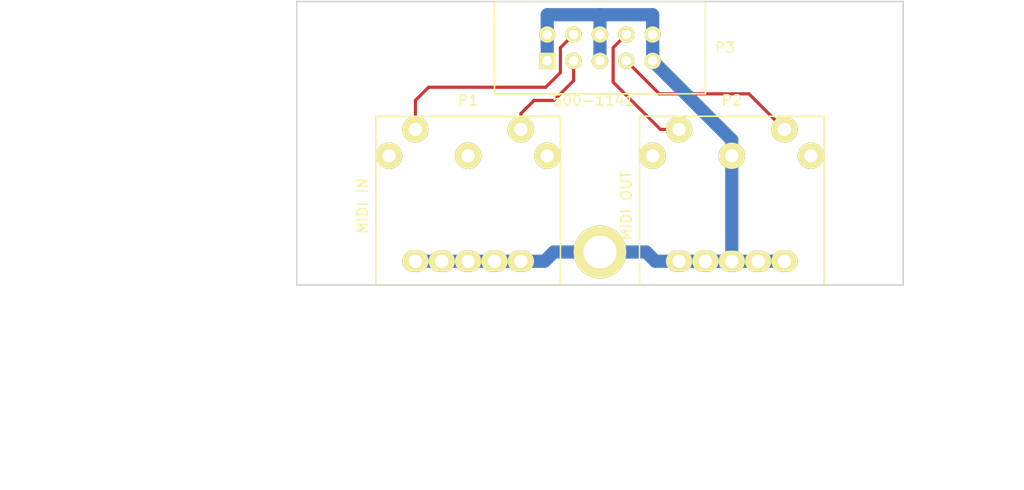
<source format=kicad_pcb>
(kicad_pcb (version 20171130) (host pcbnew "(5.0.2)-1")

  (general
    (thickness 1.6)
    (drawings 14)
    (tracks 45)
    (zones 0)
    (modules 4)
    (nets 6)
  )

  (page A4)
  (layers
    (0 F.Cu signal)
    (31 B.Cu signal)
    (32 B.Adhes user)
    (33 F.Adhes user)
    (34 B.Paste user)
    (35 F.Paste user)
    (36 B.SilkS user)
    (37 F.SilkS user)
    (38 B.Mask user)
    (39 F.Mask user)
    (40 Dwgs.User user)
    (41 Cmts.User user)
    (42 Eco1.User user)
    (43 Eco2.User user)
    (44 Edge.Cuts user)
    (45 Margin user)
    (46 B.CrtYd user)
    (47 F.CrtYd user)
    (48 B.Fab user)
    (49 F.Fab user)
  )

  (setup
    (last_trace_width 0.3048)
    (user_trace_width 0.3048)
    (user_trace_width 0.381)
    (user_trace_width 1.27)
    (trace_clearance 0.3048)
    (zone_clearance 0.508)
    (zone_45_only no)
    (trace_min 0.2)
    (segment_width 0.2)
    (edge_width 0.15)
    (via_size 1.5748)
    (via_drill 0.9144)
    (via_min_size 0.4)
    (via_min_drill 0.3)
    (uvia_size 0.3)
    (uvia_drill 0.1)
    (uvias_allowed no)
    (uvia_min_size 0.2)
    (uvia_min_drill 0.1)
    (pcb_text_width 0.3)
    (pcb_text_size 1.5 1.5)
    (mod_edge_width 0.15)
    (mod_text_size 1 1)
    (mod_text_width 0.15)
    (pad_size 5.08 5.08)
    (pad_drill 3.175)
    (pad_to_mask_clearance 0.051)
    (solder_mask_min_width 0.25)
    (aux_axis_origin 0 0)
    (visible_elements 7FFFFFFF)
    (pcbplotparams
      (layerselection 0x010f0_ffffffff)
      (usegerberextensions false)
      (usegerberattributes false)
      (usegerberadvancedattributes false)
      (creategerberjobfile false)
      (excludeedgelayer true)
      (linewidth 0.100000)
      (plotframeref false)
      (viasonmask false)
      (mode 1)
      (useauxorigin false)
      (hpglpennumber 1)
      (hpglpenspeed 20)
      (hpglpendiameter 15.000000)
      (psnegative false)
      (psa4output false)
      (plotreference true)
      (plotvalue true)
      (plotinvisibletext false)
      (padsonsilk false)
      (subtractmaskfromsilk false)
      (outputformat 1)
      (mirror false)
      (drillshape 0)
      (scaleselection 1)
      (outputdirectory "FAB/"))
  )

  (net 0 "")
  (net 1 "Net-(P1-Pad10)")
  (net 2 "Net-(P1-Pad5)")
  (net 3 "Net-(P1-Pad4)")
  (net 4 "Net-(P2-Pad4)")
  (net 5 "Net-(P2-Pad5)")

  (net_class Default "This is the default net class."
    (clearance 0.3048)
    (trace_width 0.3048)
    (via_dia 1.5748)
    (via_drill 0.9144)
    (uvia_dia 0.3)
    (uvia_drill 0.1)
    (add_net "Net-(P1-Pad10)")
    (add_net "Net-(P1-Pad4)")
    (add_net "Net-(P1-Pad5)")
    (add_net "Net-(P2-Pad4)")
    (add_net "Net-(P2-Pad5)")
  )

  (module FootPrints:MountingHole_125 (layer F.Cu) (tedit 5C2556E8) (tstamp 5C25561D)
    (at 96.52 116.205)
    (path /5C262354)
    (fp_text reference P5 (at 3.81 3.81) (layer F.SilkS) hide
      (effects (font (size 1 1) (thickness 0.15)))
    )
    (fp_text value PAD (at 0 5.08) (layer F.SilkS) hide
      (effects (font (size 1 1) (thickness 0.15)))
    )
    (pad 1 thru_hole circle (at 0 0) (size 5.08 5.08) (drill 3.175) (layers *.Cu *.Mask F.SilkS)
      (net 1 "Net-(P1-Pad10)"))
  )

  (module FootPrints:DIN-5-PIN (layer F.Cu) (tedit 5C253947) (tstamp 5C253769)
    (at 83.82 119.38)
    (path /5C252098)
    (fp_text reference P1 (at 0 -17.78) (layer F.SilkS)
      (effects (font (size 1 1) (thickness 0.15)))
    )
    (fp_text value "MIDI IN" (at -10.16 -7.62 90) (layer F.SilkS)
      (effects (font (size 1 1) (thickness 0.15)))
    )
    (fp_line (start -8.89 -1.016) (end -8.89 0) (layer F.SilkS) (width 0.15))
    (fp_line (start 8.89 -1.016) (end 8.89 0) (layer F.SilkS) (width 0.15))
    (fp_line (start 8.89 -16.256) (end 8.89 -1.016) (layer F.SilkS) (width 0.15))
    (fp_line (start -8.89 -16.256) (end 8.89 -16.256) (layer F.SilkS) (width 0.15))
    (fp_line (start -8.89 -1.016) (end -8.89 -16.256) (layer F.SilkS) (width 0.15))
    (fp_line (start 8.89 0) (end -8.89 0) (layer F.SilkS) (width 0.15))
    (pad 4 thru_hole circle (at 5.08 -14.986) (size 2.54 2.54) (drill 1.27) (layers *.Cu *.Mask F.SilkS)
      (net 3 "Net-(P1-Pad4)"))
    (pad 5 thru_hole circle (at -5.08 -14.986) (size 2.54 2.54) (drill 1.27) (layers *.Cu *.Mask F.SilkS)
      (net 2 "Net-(P1-Pad5)"))
    (pad 1 thru_hole circle (at 7.62 -12.446) (size 2.54 2.54) (drill 1.27) (layers *.Cu *.Mask F.SilkS))
    (pad 3 thru_hole circle (at -7.62 -12.446) (size 2.54 2.54) (drill 1.27) (layers *.Cu *.Mask F.SilkS))
    (pad 2 thru_hole circle (at 0 -12.446) (size 2.54 2.54) (drill 1.27) (layers *.Cu *.Mask F.SilkS))
    (pad 7 thru_hole oval (at 2.54 -2.286) (size 2.54 2.032) (drill 1.27) (layers *.Cu *.Mask F.SilkS)
      (net 1 "Net-(P1-Pad10)"))
    (pad 6 thru_hole oval (at -2.54 -2.286) (size 2.54 2.032) (drill 1.27) (layers *.Cu *.Mask F.SilkS)
      (net 1 "Net-(P1-Pad10)"))
    (pad 9 thru_hole oval (at 0 -2.286) (size 2.54 2.032) (drill 1.27) (layers *.Cu *.Mask F.SilkS)
      (net 1 "Net-(P1-Pad10)"))
    (pad 8 thru_hole oval (at -5.08 -2.286) (size 2.54 2.032) (drill 1.27) (layers *.Cu *.Mask F.SilkS)
      (net 1 "Net-(P1-Pad10)"))
    (pad 10 thru_hole oval (at 5.08 -2.286) (size 2.54 2.032) (drill 1.27) (layers *.Cu *.Mask F.SilkS)
      (net 1 "Net-(P1-Pad10)"))
  )

  (module FootPrints:DIN-5-PIN (layer F.Cu) (tedit 5C253947) (tstamp 5C25377B)
    (at 109.22 119.38)
    (path /5C2520FC)
    (fp_text reference P2 (at 0 -17.78) (layer F.SilkS)
      (effects (font (size 1 1) (thickness 0.15)))
    )
    (fp_text value "MIDI OUT" (at -10.16 -7.62 90) (layer F.SilkS)
      (effects (font (size 1 1) (thickness 0.15)))
    )
    (fp_line (start -8.89 -1.016) (end -8.89 0) (layer F.SilkS) (width 0.15))
    (fp_line (start 8.89 -1.016) (end 8.89 0) (layer F.SilkS) (width 0.15))
    (fp_line (start 8.89 -16.256) (end 8.89 -1.016) (layer F.SilkS) (width 0.15))
    (fp_line (start -8.89 -16.256) (end 8.89 -16.256) (layer F.SilkS) (width 0.15))
    (fp_line (start -8.89 -1.016) (end -8.89 -16.256) (layer F.SilkS) (width 0.15))
    (fp_line (start 8.89 0) (end -8.89 0) (layer F.SilkS) (width 0.15))
    (pad 4 thru_hole circle (at 5.08 -14.986) (size 2.54 2.54) (drill 1.27) (layers *.Cu *.Mask F.SilkS)
      (net 4 "Net-(P2-Pad4)"))
    (pad 5 thru_hole circle (at -5.08 -14.986) (size 2.54 2.54) (drill 1.27) (layers *.Cu *.Mask F.SilkS)
      (net 5 "Net-(P2-Pad5)"))
    (pad 1 thru_hole circle (at 7.62 -12.446) (size 2.54 2.54) (drill 1.27) (layers *.Cu *.Mask F.SilkS))
    (pad 3 thru_hole circle (at -7.62 -12.446) (size 2.54 2.54) (drill 1.27) (layers *.Cu *.Mask F.SilkS))
    (pad 2 thru_hole circle (at 0 -12.446) (size 2.54 2.54) (drill 1.27) (layers *.Cu *.Mask F.SilkS)
      (net 1 "Net-(P1-Pad10)"))
    (pad 7 thru_hole oval (at 2.54 -2.286) (size 2.54 2.032) (drill 1.27) (layers *.Cu *.Mask F.SilkS)
      (net 1 "Net-(P1-Pad10)"))
    (pad 6 thru_hole oval (at -2.54 -2.286) (size 2.54 2.032) (drill 1.27) (layers *.Cu *.Mask F.SilkS)
      (net 1 "Net-(P1-Pad10)"))
    (pad 9 thru_hole oval (at 0 -2.286) (size 2.54 2.032) (drill 1.27) (layers *.Cu *.Mask F.SilkS)
      (net 1 "Net-(P1-Pad10)"))
    (pad 8 thru_hole oval (at -5.08 -2.286) (size 2.54 2.032) (drill 1.27) (layers *.Cu *.Mask F.SilkS)
      (net 1 "Net-(P1-Pad10)"))
    (pad 10 thru_hole oval (at 5.08 -2.286) (size 2.54 2.032) (drill 1.27) (layers *.Cu *.Mask F.SilkS)
      (net 1 "Net-(P1-Pad10)"))
  )

  (module FootPrints:IDC5x2_Vert (layer F.Cu) (tedit 58C2383B) (tstamp 5C253791)
    (at 96.52 96.52 180)
    (path /5C254DDD)
    (fp_text reference P3 (at -12.065 0 180) (layer F.SilkS)
      (effects (font (size 1 1) (thickness 0.15)))
    )
    (fp_text value 500-1141 (at 0.635 -5.08 180) (layer F.SilkS)
      (effects (font (size 1 1) (thickness 0.15)))
    )
    (fp_line (start 10.16 -2.54) (end 10.16 2.54) (layer F.SilkS) (width 0.15))
    (fp_line (start -10.16 2.54) (end -10.16 -2.54) (layer F.SilkS) (width 0.15))
    (fp_line (start -10.16 -2.54) (end -10.16 -4.445) (layer F.SilkS) (width 0.15))
    (fp_line (start -10.16 -4.445) (end 10.16 -4.445) (layer F.SilkS) (width 0.15))
    (fp_line (start 10.16 -4.445) (end 10.16 -2.54) (layer F.SilkS) (width 0.15))
    (fp_line (start -10.16 2.54) (end -10.16 4.445) (layer F.SilkS) (width 0.15))
    (fp_line (start -10.16 4.445) (end 10.16 4.445) (layer F.SilkS) (width 0.15))
    (fp_line (start 10.16 4.445) (end 10.16 2.54) (layer F.SilkS) (width 0.15))
    (pad 10 thru_hole circle (at -5.08 1.27 180) (size 1.5748 1.5748) (drill 0.9144) (layers *.Cu *.Mask F.SilkS)
      (net 1 "Net-(P1-Pad10)"))
    (pad 9 thru_hole circle (at -5.08 -1.27 180) (size 1.5748 1.5748) (drill 0.9144) (layers *.Cu *.Mask F.SilkS)
      (net 1 "Net-(P1-Pad10)"))
    (pad 8 thru_hole circle (at -2.54 1.27 180) (size 1.5748 1.5748) (drill 0.9144) (layers *.Cu *.Mask F.SilkS)
      (net 5 "Net-(P2-Pad5)"))
    (pad 7 thru_hole circle (at -2.54 -1.27 180) (size 1.5748 1.5748) (drill 0.9144) (layers *.Cu *.Mask F.SilkS)
      (net 4 "Net-(P2-Pad4)"))
    (pad 6 thru_hole circle (at 0 1.27 180) (size 1.5748 1.5748) (drill 0.9144) (layers *.Cu *.Mask F.SilkS)
      (net 1 "Net-(P1-Pad10)"))
    (pad 5 thru_hole circle (at 0 -1.27 180) (size 1.5748 1.5748) (drill 0.9144) (layers *.Cu *.Mask F.SilkS)
      (net 1 "Net-(P1-Pad10)"))
    (pad 4 thru_hole circle (at 2.54 1.27 180) (size 1.5748 1.5748) (drill 0.9144) (layers *.Cu *.Mask F.SilkS)
      (net 2 "Net-(P1-Pad5)"))
    (pad 3 thru_hole circle (at 2.54 -1.27 180) (size 1.5748 1.5748) (drill 0.9144) (layers *.Cu *.Mask F.SilkS)
      (net 3 "Net-(P1-Pad4)"))
    (pad 2 thru_hole circle (at 5.08 1.27 180) (size 1.5748 1.5748) (drill 0.9144) (layers *.Cu *.Mask F.SilkS)
      (net 1 "Net-(P1-Pad10)"))
    (pad 1 thru_hole rect (at 5.08 -1.27 180) (size 1.5748 1.5748) (drill 0.9144) (layers *.Cu *.Mask F.SilkS)
      (net 1 "Net-(P1-Pad10)"))
  )

  (dimension 16.51 (width 0.3) (layer F.Fab)
    (gr_text "0.6500 in" (at 117.475 132.91) (layer F.Fab)
      (effects (font (size 1.5 1.5) (thickness 0.3)))
    )
    (feature1 (pts (xy 125.73 120.015) (xy 125.73 131.396421)))
    (feature2 (pts (xy 109.22 120.015) (xy 109.22 131.396421)))
    (crossbar (pts (xy 109.22 130.81) (xy 125.73 130.81)))
    (arrow1a (pts (xy 125.73 130.81) (xy 124.603496 131.396421)))
    (arrow1b (pts (xy 125.73 130.81) (xy 124.603496 130.223579)))
    (arrow2a (pts (xy 109.22 130.81) (xy 110.346504 131.396421)))
    (arrow2b (pts (xy 109.22 130.81) (xy 110.346504 130.223579)))
  )
  (dimension 25.4 (width 0.3) (layer F.Fab)
    (gr_text "1.0000 in" (at 96.52 132.91) (layer F.Fab)
      (effects (font (size 1.5 1.5) (thickness 0.3)))
    )
    (feature1 (pts (xy 109.22 120.015) (xy 109.22 131.396421)))
    (feature2 (pts (xy 83.82 120.015) (xy 83.82 131.396421)))
    (crossbar (pts (xy 83.82 130.81) (xy 109.22 130.81)))
    (arrow1a (pts (xy 109.22 130.81) (xy 108.093496 131.396421)))
    (arrow1b (pts (xy 109.22 130.81) (xy 108.093496 130.223579)))
    (arrow2a (pts (xy 83.82 130.81) (xy 84.946504 131.396421)))
    (arrow2b (pts (xy 83.82 130.81) (xy 84.946504 130.223579)))
  )
  (dimension 16.51 (width 0.3) (layer F.Fab)
    (gr_text "0.6500 in" (at 75.565 133.545) (layer F.Fab)
      (effects (font (size 1.5 1.5) (thickness 0.3)))
    )
    (feature1 (pts (xy 83.82 120.015) (xy 83.82 132.031421)))
    (feature2 (pts (xy 67.31 120.015) (xy 67.31 132.031421)))
    (crossbar (pts (xy 67.31 131.445) (xy 83.82 131.445)))
    (arrow1a (pts (xy 83.82 131.445) (xy 82.693496 132.031421)))
    (arrow1b (pts (xy 83.82 131.445) (xy 82.693496 130.858579)))
    (arrow2a (pts (xy 67.31 131.445) (xy 68.436504 132.031421)))
    (arrow2b (pts (xy 67.31 131.445) (xy 68.436504 130.858579)))
  )
  (dimension 10.16 (width 0.3) (layer F.Fab)
    (gr_text "0.4000 in" (at 135.45 114.3 90) (layer F.Fab)
      (effects (font (size 1.5 1.5) (thickness 0.3)))
    )
    (feature1 (pts (xy 126.365 109.22) (xy 133.936421 109.22)))
    (feature2 (pts (xy 126.365 119.38) (xy 133.936421 119.38)))
    (crossbar (pts (xy 133.35 119.38) (xy 133.35 109.22)))
    (arrow1a (pts (xy 133.35 109.22) (xy 133.936421 110.346504)))
    (arrow1b (pts (xy 133.35 109.22) (xy 132.763579 110.346504)))
    (arrow2a (pts (xy 133.35 119.38) (xy 133.936421 118.253496)))
    (arrow2b (pts (xy 133.35 119.38) (xy 132.763579 118.253496)))
  )
  (dimension 3.81 (width 0.3) (layer F.Fab)
    (gr_text "0.1500 in" (at 123.825 126.56) (layer F.Fab)
      (effects (font (size 1.5 1.5) (thickness 0.3)))
    )
    (feature1 (pts (xy 121.92 120.015) (xy 121.92 125.046421)))
    (feature2 (pts (xy 125.73 120.015) (xy 125.73 125.046421)))
    (crossbar (pts (xy 125.73 124.46) (xy 121.92 124.46)))
    (arrow1a (pts (xy 121.92 124.46) (xy 123.046504 123.873579)))
    (arrow1b (pts (xy 121.92 124.46) (xy 123.046504 125.046421)))
    (arrow2a (pts (xy 125.73 124.46) (xy 124.603496 123.873579)))
    (arrow2b (pts (xy 125.73 124.46) (xy 124.603496 125.046421)))
  )
  (dimension 3.81 (width 0.3) (layer F.Fab)
    (gr_text "0.1500 in" (at 69.215 127.195) (layer F.Fab)
      (effects (font (size 1.5 1.5) (thickness 0.3)))
    )
    (feature1 (pts (xy 71.12 120.015) (xy 71.12 125.681421)))
    (feature2 (pts (xy 67.31 120.015) (xy 67.31 125.681421)))
    (crossbar (pts (xy 67.31 125.095) (xy 71.12 125.095)))
    (arrow1a (pts (xy 71.12 125.095) (xy 69.993496 125.681421)))
    (arrow1b (pts (xy 71.12 125.095) (xy 69.993496 124.508579)))
    (arrow2a (pts (xy 67.31 125.095) (xy 68.436504 125.681421)))
    (arrow2b (pts (xy 67.31 125.095) (xy 68.436504 124.508579)))
  )
  (dimension 10.16 (width 0.3) (layer F.Fab)
    (gr_text "0.4000 in" (at 58.225 114.3 90) (layer F.Fab)
      (effects (font (size 1.5 1.5) (thickness 0.3)))
    )
    (feature1 (pts (xy 66.675 109.22) (xy 59.738579 109.22)))
    (feature2 (pts (xy 66.675 119.38) (xy 59.738579 119.38)))
    (crossbar (pts (xy 60.325 119.38) (xy 60.325 109.22)))
    (arrow1a (pts (xy 60.325 109.22) (xy 60.911421 110.346504)))
    (arrow1b (pts (xy 60.325 109.22) (xy 59.738579 110.346504)))
    (arrow2a (pts (xy 60.325 119.38) (xy 60.911421 118.253496)))
    (arrow2b (pts (xy 60.325 119.38) (xy 59.738579 118.253496)))
  )
  (dimension 27.305 (width 0.3) (layer F.Fab)
    (gr_text "1.0750 in" (at 44.255 105.7275 90) (layer F.Fab)
      (effects (font (size 1.5 1.5) (thickness 0.3)))
    )
    (feature1 (pts (xy 66.675 92.075) (xy 45.768579 92.075)))
    (feature2 (pts (xy 66.675 119.38) (xy 45.768579 119.38)))
    (crossbar (pts (xy 46.355 119.38) (xy 46.355 92.075)))
    (arrow1a (pts (xy 46.355 92.075) (xy 46.941421 93.201504)))
    (arrow1b (pts (xy 46.355 92.075) (xy 45.768579 93.201504)))
    (arrow2a (pts (xy 46.355 119.38) (xy 46.941421 118.253496)))
    (arrow2b (pts (xy 46.355 119.38) (xy 45.768579 118.253496)))
  )
  (dimension 58.42 (width 0.3) (layer F.Fab)
    (gr_text "2.3000 in" (at 96.52 140.53) (layer F.Fab)
      (effects (font (size 1.5 1.5) (thickness 0.3)))
    )
    (feature1 (pts (xy 125.73 120.015) (xy 125.73 139.016421)))
    (feature2 (pts (xy 67.31 120.015) (xy 67.31 139.016421)))
    (crossbar (pts (xy 67.31 138.43) (xy 125.73 138.43)))
    (arrow1a (pts (xy 125.73 138.43) (xy 124.603496 139.016421)))
    (arrow1b (pts (xy 125.73 138.43) (xy 124.603496 137.843579)))
    (arrow2a (pts (xy 67.31 138.43) (xy 68.436504 139.016421)))
    (arrow2b (pts (xy 67.31 138.43) (xy 68.436504 137.843579)))
  )
  (gr_line (start 67.31 119.38) (end 68.58 119.38) (layer Edge.Cuts) (width 0.15))
  (gr_line (start 67.31 92.075) (end 67.31 119.38) (layer Edge.Cuts) (width 0.15))
  (gr_line (start 125.73 92.075) (end 67.31 92.075) (layer Edge.Cuts) (width 0.15))
  (gr_line (start 125.73 119.38) (end 125.73 92.075) (layer Edge.Cuts) (width 0.15))
  (gr_line (start 68.58 119.38) (end 125.73 119.38) (layer Edge.Cuts) (width 0.15))

  (segment (start 78.74 117.094) (end 81.28 117.094) (width 1.27) (layer B.Cu) (net 1))
  (segment (start 81.28 117.094) (end 83.82 117.094) (width 1.27) (layer B.Cu) (net 1))
  (segment (start 83.82 117.094) (end 86.36 117.094) (width 1.27) (layer B.Cu) (net 1))
  (segment (start 86.36 117.094) (end 88.9 117.094) (width 1.27) (layer B.Cu) (net 1))
  (segment (start 88.9 117.094) (end 91.186 117.094) (width 1.27) (layer B.Cu) (net 1))
  (segment (start 91.186 117.094) (end 92.075 116.205) (width 1.27) (layer B.Cu) (net 1))
  (segment (start 92.075 116.205) (end 96.52 116.205) (width 1.27) (layer B.Cu) (net 1))
  (segment (start 104.14 117.094) (end 101.854 117.094) (width 1.27) (layer B.Cu) (net 1))
  (segment (start 101.854 117.094) (end 100.965 116.205) (width 1.27) (layer B.Cu) (net 1))
  (segment (start 100.965 116.205) (end 96.52 116.205) (width 1.27) (layer B.Cu) (net 1))
  (segment (start 104.14 117.094) (end 106.68 117.094) (width 1.27) (layer B.Cu) (net 1))
  (segment (start 107.95 117.094) (end 111.76 117.094) (width 1.27) (layer B.Cu) (net 1))
  (segment (start 106.68 117.094) (end 107.95 117.094) (width 1.27) (layer B.Cu) (net 1))
  (segment (start 107.95 117.094) (end 109.22 117.094) (width 1.27) (layer B.Cu) (net 1))
  (segment (start 111.76 117.094) (end 114.3 117.094) (width 1.27) (layer B.Cu) (net 1))
  (segment (start 109.22 106.934) (end 109.22 117.094) (width 1.27) (layer B.Cu) (net 1))
  (segment (start 91.44 95.25) (end 91.44 97.79) (width 1.27) (layer B.Cu) (net 1))
  (segment (start 96.52 95.25) (end 96.52 97.79) (width 1.27) (layer B.Cu) (net 1))
  (segment (start 101.6 95.25) (end 101.6 97.155) (width 1.27) (layer B.Cu) (net 1))
  (segment (start 101.6 97.155) (end 101.6 97.79) (width 1.27) (layer B.Cu) (net 1))
  (segment (start 91.44 95.25) (end 91.44 93.345) (width 1.27) (layer B.Cu) (net 1))
  (segment (start 91.44 93.345) (end 96.52 93.345) (width 1.27) (layer B.Cu) (net 1))
  (segment (start 96.52 93.345) (end 96.52 95.25) (width 1.27) (layer B.Cu) (net 1))
  (segment (start 96.52 93.345) (end 101.6 93.345) (width 1.27) (layer B.Cu) (net 1))
  (segment (start 101.6 93.345) (end 101.6 95.25) (width 1.27) (layer B.Cu) (net 1))
  (segment (start 109.22 105.41) (end 109.22 106.934) (width 1.27) (layer B.Cu) (net 1))
  (segment (start 101.6 97.79) (end 109.22 105.41) (width 1.27) (layer B.Cu) (net 1))
  (segment (start 93.98 95.25) (end 92.71 96.52) (width 0.3048) (layer F.Cu) (net 2))
  (segment (start 92.71 98.917762) (end 91.297762 100.33) (width 0.3048) (layer F.Cu) (net 2))
  (segment (start 92.71 96.52) (end 92.71 98.917762) (width 0.3048) (layer F.Cu) (net 2))
  (segment (start 91.297762 100.33) (end 80.01 100.33) (width 0.3048) (layer F.Cu) (net 2))
  (segment (start 80.01 100.33) (end 78.74 101.6) (width 0.3048) (layer F.Cu) (net 2))
  (segment (start 78.74 101.6) (end 78.74 104.394) (width 0.3048) (layer F.Cu) (net 2))
  (segment (start 93.98 97.79) (end 93.98 99.695) (width 0.3048) (layer F.Cu) (net 3))
  (segment (start 93.98 99.695) (end 92.075 101.6) (width 0.3048) (layer F.Cu) (net 3))
  (segment (start 92.075 101.6) (end 90.17 101.6) (width 0.3048) (layer F.Cu) (net 3))
  (segment (start 90.17 101.6) (end 88.9 102.87) (width 0.3048) (layer F.Cu) (net 3))
  (segment (start 88.9 102.87) (end 88.9 104.394) (width 0.3048) (layer F.Cu) (net 3))
  (segment (start 99.06 97.79) (end 102.235 100.965) (width 0.3048) (layer F.Cu) (net 4))
  (segment (start 110.871 100.965) (end 114.3 104.394) (width 0.3048) (layer F.Cu) (net 4))
  (segment (start 102.235 100.965) (end 110.871 100.965) (width 0.3048) (layer F.Cu) (net 4))
  (segment (start 99.06 95.25) (end 97.79 96.52) (width 0.3048) (layer F.Cu) (net 5))
  (segment (start 102.343949 104.394) (end 104.14 104.394) (width 0.3048) (layer F.Cu) (net 5))
  (segment (start 97.79 99.840051) (end 102.343949 104.394) (width 0.3048) (layer F.Cu) (net 5))
  (segment (start 97.79 96.52) (end 97.79 99.840051) (width 0.3048) (layer F.Cu) (net 5))

)

</source>
